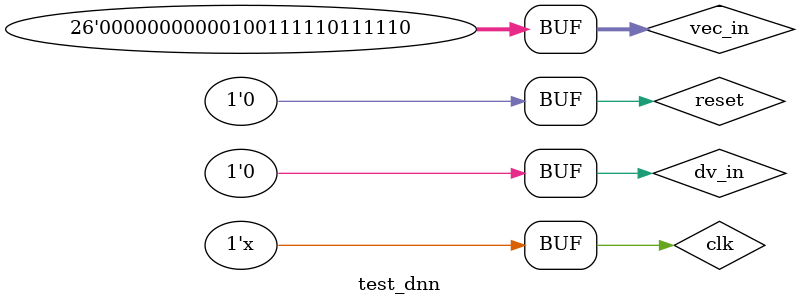
<source format=v>
`timescale 1ns / 1ps


module test_dnn;

	// Inputs
	reg clk;
	reg reset;
	reg [25:0] vec_in;
	reg dv_in;

	// Outputs
	wire [10:0] vec_out;
	wire dv_out;

	// Instantiate the Unit Under Test (UUT)
	DNN_0117 uut (
		.clk(clk), 
		.reset(reset), 
		.vec_in(vec_in), 
		.dv_in(dv_in), 
		.vec_out(vec_out), 
		.dv_out(dv_out)
	);

	parameter STEP = 20;
	parameter STEP_half=10;
	always begin
		#STEP_half;
		clk<=~clk;
	end
	
	initial begin
		// Initialize Inputs
		clk = 0;
		reset = 0;
		vec_in = 0;
		dv_in = 0;

		// Wait 100 ns for global reset to finish
		#100;
			dv_in = 1;
			vec_in = -71483;
			#20;
			vec_in = -14237;
			#20;
			vec_in = -68960;
			#20;
			vec_in = 155254;
			#20;
			vec_in = 82984;
			#20;
			vec_in = -27803;
			#20;
			vec_in = 154009;
			#20;
			vec_in = -41746;
			#20;
			vec_in = -11730;
			#20;
			vec_in = -15138;
			#20;
			vec_in = -106872;
			#20;
			vec_in = 20414;
			#20;
			dv_in = 0;       
		// Add stimulus here

	end
      
endmodule


</source>
